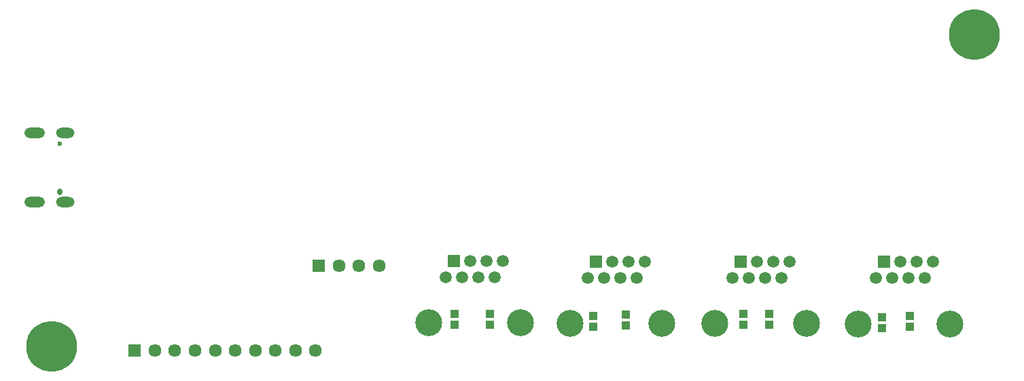
<source format=gbs>
G04*
G04 #@! TF.GenerationSoftware,Altium Limited,Altium Designer,22.11.1 (43)*
G04*
G04 Layer_Color=16711935*
%FSLAX25Y25*%
%MOIN*%
G70*
G04*
G04 #@! TF.SameCoordinates,3125327F-633B-4DE6-8F98-D116A0B0FB6F*
G04*
G04*
G04 #@! TF.FilePolarity,Negative*
G04*
G01*
G75*
%ADD49R,0.04337X0.03943*%
%ADD54R,0.05904X0.05904*%
%ADD55C,0.05904*%
%ADD56C,0.13195*%
%ADD57C,0.24961*%
%ADD58C,0.06337*%
%ADD59R,0.06337X0.06337*%
G04:AMPARAMS|DCode=60|XSize=33.47mil|YSize=23.62mil|CornerRadius=11.81mil|HoleSize=0mil|Usage=FLASHONLY|Rotation=270.000|XOffset=0mil|YOffset=0mil|HoleType=Round|Shape=RoundedRectangle|*
%AMROUNDEDRECTD60*
21,1,0.03347,0.00000,0,0,270.0*
21,1,0.00984,0.02362,0,0,270.0*
1,1,0.02362,0.00000,-0.00492*
1,1,0.02362,0.00000,0.00492*
1,1,0.02362,0.00000,0.00492*
1,1,0.02362,0.00000,-0.00492*
%
%ADD60ROUNDEDRECTD60*%
%ADD61C,0.02362*%
G04:AMPARAMS|DCode=62|XSize=51.18mil|YSize=102.36mil|CornerRadius=25.59mil|HoleSize=0mil|Usage=FLASHONLY|Rotation=270.000|XOffset=0mil|YOffset=0mil|HoleType=Round|Shape=RoundedRectangle|*
%AMROUNDEDRECTD62*
21,1,0.05118,0.05118,0,0,270.0*
21,1,0.00000,0.10236,0,0,270.0*
1,1,0.05118,-0.02559,0.00000*
1,1,0.05118,-0.02559,0.00000*
1,1,0.05118,0.02559,0.00000*
1,1,0.05118,0.02559,0.00000*
%
%ADD62ROUNDEDRECTD62*%
G04:AMPARAMS|DCode=63|XSize=51.18mil|YSize=90.55mil|CornerRadius=25.59mil|HoleSize=0mil|Usage=FLASHONLY|Rotation=270.000|XOffset=0mil|YOffset=0mil|HoleType=Round|Shape=RoundedRectangle|*
%AMROUNDEDRECTD63*
21,1,0.05118,0.03937,0,0,270.0*
21,1,0.00000,0.09055,0,0,270.0*
1,1,0.05118,-0.01968,0.00000*
1,1,0.05118,-0.01968,0.00000*
1,1,0.05118,0.01968,0.00000*
1,1,0.05118,0.01968,0.00000*
%
%ADD63ROUNDEDRECTD63*%
D49*
X367976Y235297D02*
D03*
Y240612D02*
D03*
X354985Y235297D02*
D03*
Y240612D02*
D03*
X297447Y234674D02*
D03*
Y239989D02*
D03*
X281621Y234288D02*
D03*
Y239603D02*
D03*
X436928Y234110D02*
D03*
Y239425D02*
D03*
X423260Y233427D02*
D03*
Y238742D02*
D03*
X213598Y235158D02*
D03*
Y240474D02*
D03*
X230829Y235118D02*
D03*
Y240433D02*
D03*
D54*
X353830Y266192D02*
D03*
X282713D02*
D03*
X424112Y266127D02*
D03*
X213204Y266531D02*
D03*
D55*
X349815Y258200D02*
D03*
X357807D02*
D03*
X365799D02*
D03*
X361823Y266192D02*
D03*
X369815D02*
D03*
X377807D02*
D03*
X373791Y258200D02*
D03*
X278697D02*
D03*
X286689D02*
D03*
X294681D02*
D03*
X290705Y266192D02*
D03*
X298697D02*
D03*
X306689D02*
D03*
X302674Y258200D02*
D03*
X420096Y258135D02*
D03*
X428088D02*
D03*
X436080D02*
D03*
X432104Y266127D02*
D03*
X440096D02*
D03*
X448088D02*
D03*
X444072Y258135D02*
D03*
X209189Y258538D02*
D03*
X217181D02*
D03*
X225173D02*
D03*
X221197Y266531D02*
D03*
X229189D02*
D03*
X237181D02*
D03*
X233165Y258538D02*
D03*
D56*
X341311Y235680D02*
D03*
X386311D02*
D03*
X270193D02*
D03*
X315193D02*
D03*
X411592Y235615D02*
D03*
X456592D02*
D03*
X200685Y236019D02*
D03*
X245685D02*
D03*
D57*
X468504Y377953D02*
D03*
X15748Y224410D02*
D03*
D58*
X166585Y264227D02*
D03*
X176428D02*
D03*
X156743D02*
D03*
X76308Y222440D02*
D03*
X86150D02*
D03*
X66465D02*
D03*
X95993D02*
D03*
X105835D02*
D03*
X115678D02*
D03*
X125520D02*
D03*
X135363D02*
D03*
X145205D02*
D03*
D59*
X146900Y264227D02*
D03*
X56623Y222440D02*
D03*
D60*
X19768Y300626D02*
D03*
D61*
Y324248D02*
D03*
D62*
X7563Y295429D02*
D03*
Y329445D02*
D03*
D63*
X22622Y295429D02*
D03*
Y329445D02*
D03*
M02*

</source>
